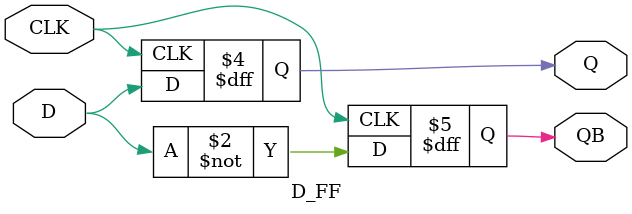
<source format=v>
module D_FF(Q,QB,D,CLK); 
input D,CLK; 
output Q,QB; 
reg Q,QB; 
initial begin 
Q=1'b0;
QB=1'b1;
end
always @(posedge CLK) 
begin 
Q=D; 
QB=~Q; 
end
endmodule

</source>
